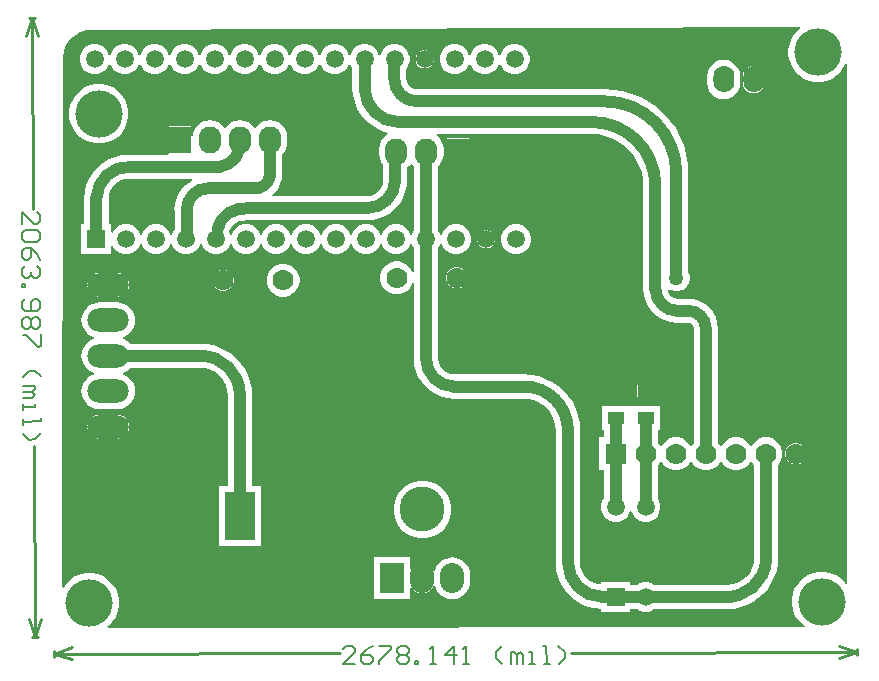
<source format=gbl>
G04*
G04 #@! TF.GenerationSoftware,Altium Limited,Altium Designer,21.0.8 (223)*
G04*
G04 Layer_Physical_Order=2*
G04 Layer_Color=16711680*
%FSTAX24Y24*%
%MOIN*%
G70*
G04*
G04 #@! TF.SameCoordinates,D6642B81-7170-4B7A-B2B3-623539A33ABF*
G04*
G04*
G04 #@! TF.FilePolarity,Positive*
G04*
G01*
G75*
%ADD13C,0.0100*%
%ADD21O,0.0700X0.0900*%
%ADD24R,0.0550X0.0394*%
%ADD51C,0.0400*%
%ADD52C,0.0500*%
%ADD53R,0.0700X0.0700*%
%ADD54C,0.0700*%
%ADD55R,0.0750X0.0900*%
%ADD56O,0.0750X0.0900*%
%ADD57C,0.0598*%
%ADD58R,0.0598X0.0598*%
%ADD59C,0.0591*%
%ADD60R,0.0591X0.0591*%
%ADD61C,0.1500*%
%ADD62O,0.0800X0.1000*%
%ADD63R,0.0800X0.1000*%
%ADD64R,0.1600X0.1000*%
%ADD65R,0.1000X0.1600*%
%ADD66O,0.1378X0.0787*%
%ADD67C,0.1575*%
%ADD68C,0.0500*%
%ADD69C,0.0060*%
G36*
X038507Y04976D02*
X038468Y049734D01*
X03833Y049596D01*
X038222Y049434D01*
X038148Y049255D01*
X03811Y049064D01*
Y048869D01*
X038148Y048679D01*
X038222Y048499D01*
X03833Y048337D01*
X038468Y0482D01*
X03863Y048092D01*
X038809Y048017D01*
X039Y047979D01*
X039195D01*
X039385Y048017D01*
X039565Y048092D01*
X039727Y0482D01*
X039864Y048337D01*
X039972Y048499D01*
X040004Y048577D01*
X040054Y048567D01*
X040062Y031256D01*
X040014Y031241D01*
X039982Y031289D01*
X039845Y031426D01*
X039683Y031534D01*
X039503Y031609D01*
X039313Y031647D01*
X039118D01*
X038927Y031609D01*
X038748Y031534D01*
X038586Y031426D01*
X038448Y031289D01*
X03834Y031127D01*
X038266Y030947D01*
X038228Y030757D01*
Y030562D01*
X038266Y030371D01*
X03834Y030192D01*
X038448Y03003D01*
X038586Y029892D01*
X038646Y029852D01*
X038632Y029804D01*
X015415Y029782D01*
X0154Y02983D01*
X015435Y029853D01*
X015573Y029991D01*
X015681Y030152D01*
X015755Y030332D01*
X015793Y030523D01*
Y030717D01*
X015755Y030908D01*
X015681Y031088D01*
X015573Y03125D01*
X015435Y031387D01*
X015274Y031495D01*
X015094Y03157D01*
X014903Y031607D01*
X014709D01*
X014518Y03157D01*
X014338Y031495D01*
X014176Y031387D01*
X014039Y03125D01*
X013952Y03112D01*
X013902Y031135D01*
X013938Y048739D01*
X013938Y048789D01*
X013938Y048789D01*
X013941Y048838D01*
X013954Y04897D01*
X014006Y049143D01*
X014092Y049303D01*
X014207Y049443D01*
X014347Y049558D01*
X014506Y049643D01*
X01468Y049696D01*
X014811Y049709D01*
X01486Y049711D01*
X014861Y049711D01*
X01491Y049711D01*
X038493Y049808D01*
X038507Y04976D01*
D02*
G37*
%LPC*%
G36*
X029045Y04923D02*
X028913D01*
X028786Y049196D01*
X028673Y04913D01*
X02858Y049037D01*
X028514Y048923D01*
X028505Y04889D01*
X028453D01*
X028444Y048923D01*
X028379Y049037D01*
X028286Y04913D01*
X028172Y049196D01*
X028045Y04923D01*
X027913D01*
X027786Y049196D01*
X027673Y04913D01*
X02758Y049037D01*
X027514Y048923D01*
X027505Y04889D01*
X027453D01*
X027444Y048923D01*
X027379Y049037D01*
X027286Y04913D01*
X027172Y049196D01*
X027045Y04923D01*
X026913D01*
X026786Y049196D01*
X026673Y04913D01*
X02658Y049037D01*
X026514Y048923D01*
X02648Y048796D01*
Y048665D01*
X026514Y048538D01*
X02658Y048424D01*
X026673Y048331D01*
X026786Y048265D01*
X026913Y048231D01*
X027045D01*
X027172Y048265D01*
X027286Y048331D01*
X027379Y048424D01*
X027444Y048538D01*
X027453Y048571D01*
X027505D01*
X027514Y048538D01*
X02758Y048424D01*
X027673Y048331D01*
X027786Y048265D01*
X027913Y048231D01*
X028045D01*
X028172Y048265D01*
X028286Y048331D01*
X028379Y048424D01*
X028444Y048538D01*
X028453Y048571D01*
X028505D01*
X028514Y048538D01*
X02858Y048424D01*
X028673Y048331D01*
X028786Y048265D01*
X028913Y048231D01*
X029045D01*
X029172Y048265D01*
X029286Y048331D01*
X029379Y048424D01*
X029444Y048538D01*
X029478Y048665D01*
Y048796D01*
X029444Y048923D01*
X029379Y049037D01*
X029286Y04913D01*
X029172Y049196D01*
X029045Y04923D01*
D02*
G37*
G36*
X025045D02*
X024913D01*
X024786Y049196D01*
X024673Y04913D01*
X02458Y049037D01*
X024514Y048923D01*
X024505Y04889D01*
X024453D01*
X024444Y048923D01*
X024379Y049037D01*
X024286Y04913D01*
X024172Y049196D01*
X024045Y04923D01*
X023913D01*
X023786Y049196D01*
X023673Y04913D01*
X02358Y049037D01*
X023514Y048923D01*
X023505Y04889D01*
X023453D01*
X023444Y048923D01*
X023379Y049037D01*
X023286Y04913D01*
X023172Y049196D01*
X023045Y04923D01*
X022913D01*
X022786Y049196D01*
X022673Y04913D01*
X02258Y049037D01*
X022514Y048923D01*
X022505Y04889D01*
X022453D01*
X022444Y048923D01*
X022379Y049037D01*
X022286Y04913D01*
X022172Y049196D01*
X022045Y04923D01*
X021913D01*
X021786Y049196D01*
X021673Y04913D01*
X02158Y049037D01*
X021514Y048923D01*
X021505Y04889D01*
X021453D01*
X021444Y048923D01*
X021379Y049037D01*
X021286Y04913D01*
X021172Y049196D01*
X021045Y04923D01*
X020913D01*
X020786Y049196D01*
X020673Y04913D01*
X02058Y049037D01*
X020514Y048923D01*
X020505Y04889D01*
X020453D01*
X020444Y048923D01*
X020379Y049037D01*
X020286Y04913D01*
X020172Y049196D01*
X020045Y04923D01*
X019913D01*
X019786Y049196D01*
X019673Y04913D01*
X01958Y049037D01*
X019514Y048923D01*
X019505Y04889D01*
X019453D01*
X019444Y048923D01*
X019379Y049037D01*
X019286Y04913D01*
X019172Y049196D01*
X019045Y04923D01*
X018913D01*
X018786Y049196D01*
X018673Y04913D01*
X01858Y049037D01*
X018514Y048923D01*
X018505Y04889D01*
X018453D01*
X018444Y048923D01*
X018379Y049037D01*
X018286Y04913D01*
X018172Y049196D01*
X018045Y04923D01*
X017913D01*
X017786Y049196D01*
X017673Y04913D01*
X01758Y049037D01*
X017514Y048923D01*
X017505Y04889D01*
X017453D01*
X017444Y048923D01*
X017379Y049037D01*
X017286Y04913D01*
X017172Y049196D01*
X017045Y04923D01*
X016913D01*
X016786Y049196D01*
X016673Y04913D01*
X01658Y049037D01*
X016514Y048923D01*
X016505Y04889D01*
X016453D01*
X016444Y048923D01*
X016379Y049037D01*
X016286Y04913D01*
X016172Y049196D01*
X016045Y04923D01*
X015913D01*
X015786Y049196D01*
X015673Y04913D01*
X01558Y049037D01*
X015514Y048923D01*
X015505Y04889D01*
X015453D01*
X015444Y048923D01*
X015379Y049037D01*
X015286Y04913D01*
X015172Y049196D01*
X015045Y04923D01*
X014913D01*
X014786Y049196D01*
X014673Y04913D01*
X01458Y049037D01*
X014514Y048923D01*
X01448Y048796D01*
Y048665D01*
X014514Y048538D01*
X01458Y048424D01*
X014673Y048331D01*
X014786Y048265D01*
X014913Y048231D01*
X015045D01*
X015172Y048265D01*
X015286Y048331D01*
X015379Y048424D01*
X015444Y048538D01*
X015453Y048571D01*
X015505D01*
X015514Y048538D01*
X01558Y048424D01*
X015673Y048331D01*
X015786Y048265D01*
X015913Y048231D01*
X016045D01*
X016172Y048265D01*
X016286Y048331D01*
X016379Y048424D01*
X016444Y048538D01*
X016453Y048571D01*
X016505D01*
X016514Y048538D01*
X01658Y048424D01*
X016673Y048331D01*
X016786Y048265D01*
X016913Y048231D01*
X017045D01*
X017172Y048265D01*
X017286Y048331D01*
X017379Y048424D01*
X017444Y048538D01*
X017453Y048571D01*
X017505D01*
X017514Y048538D01*
X01758Y048424D01*
X017673Y048331D01*
X017786Y048265D01*
X017913Y048231D01*
X018045D01*
X018172Y048265D01*
X018286Y048331D01*
X018379Y048424D01*
X018444Y048538D01*
X018453Y048571D01*
X018505D01*
X018514Y048538D01*
X01858Y048424D01*
X018673Y048331D01*
X018786Y048265D01*
X018913Y048231D01*
X019045D01*
X019172Y048265D01*
X019286Y048331D01*
X019379Y048424D01*
X019444Y048538D01*
X019453Y048571D01*
X019505D01*
X019514Y048538D01*
X01958Y048424D01*
X019673Y048331D01*
X019786Y048265D01*
X019913Y048231D01*
X020045D01*
X020172Y048265D01*
X020286Y048331D01*
X020379Y048424D01*
X020444Y048538D01*
X020453Y048571D01*
X020505D01*
X020514Y048538D01*
X02058Y048424D01*
X020673Y048331D01*
X020786Y048265D01*
X020913Y048231D01*
X021045D01*
X021172Y048265D01*
X021286Y048331D01*
X021379Y048424D01*
X021444Y048538D01*
X021453Y048571D01*
X021505D01*
X021514Y048538D01*
X02158Y048424D01*
X021673Y048331D01*
X021786Y048265D01*
X021913Y048231D01*
X022045D01*
X022172Y048265D01*
X022286Y048331D01*
X022379Y048424D01*
X022444Y048538D01*
X022453Y048571D01*
X022505D01*
X022514Y048538D01*
X02258Y048424D01*
X022673Y048331D01*
X022786Y048265D01*
X022913Y048231D01*
X023045D01*
X023172Y048265D01*
X023286Y048331D01*
X023379Y048424D01*
X023444Y048538D01*
X023453Y048571D01*
X023505D01*
X023514Y048538D01*
X023576Y048431D01*
Y047785D01*
X023574D01*
X023593Y047544D01*
X02365Y047308D01*
X023743Y047083D01*
X02387Y046876D01*
X024027Y046692D01*
X024212Y046534D01*
X024419Y046407D01*
X024643Y046315D01*
X024751Y046289D01*
X024755Y046239D01*
X024749Y046237D01*
X024629Y046145D01*
X024537Y046024D01*
X024479Y045885D01*
X024459Y045734D01*
Y045584D01*
X024479Y045434D01*
X024537Y045294D01*
X024599Y045213D01*
Y044708D01*
X0246Y044701D01*
X024584Y044577D01*
X024529Y044445D01*
X024442Y044331D01*
X024328Y044244D01*
X024195Y044189D01*
X024068Y044172D01*
X024065Y044172D01*
X024057Y044172D01*
X024047Y044173D01*
X024046Y044173D01*
X024044Y044173D01*
X024043Y044173D01*
X024042Y044173D01*
X024041Y044173D01*
X020914D01*
X020896Y044223D01*
X020974Y044287D01*
X021084Y044421D01*
X021165Y044574D01*
X021209Y044717D01*
X021216Y044739D01*
X021218Y044766D01*
X021216Y044766D01*
X021225Y044833D01*
X021225Y044833D01*
X021225Y04488D01*
X021225Y04488D01*
X021225Y04488D01*
Y045563D01*
X021232Y045568D01*
X021324Y045688D01*
X021382Y045828D01*
X021402Y045978D01*
Y046128D01*
X021382Y046278D01*
X021324Y046418D01*
X021232Y046538D01*
X021112Y04663D01*
X020972Y046688D01*
X020822Y046708D01*
X020672Y046688D01*
X020532Y04663D01*
X020412Y046538D01*
X020347Y046454D01*
X020297D01*
X020232Y046538D01*
X020112Y04663D01*
X019972Y046688D01*
X019822Y046708D01*
X019672Y046688D01*
X019532Y04663D01*
X019412Y046538D01*
X019347Y046454D01*
X019297D01*
X019232Y046538D01*
X019112Y04663D01*
X018972Y046688D01*
X018822Y046708D01*
X018672Y046688D01*
X018532Y04663D01*
X018412Y046538D01*
X018319Y046418D01*
X018261Y046278D01*
X018247Y046166D01*
X018197Y046169D01*
Y046503D01*
X017447D01*
Y045607D01*
X017447Y045603D01*
X017438Y045557D01*
X016161D01*
X016161Y045557D01*
X016161Y045557D01*
X016156Y045557D01*
X016152Y045556D01*
X016124Y045558D01*
X015892Y04554D01*
X015665Y045485D01*
X015449Y045396D01*
X01525Y045274D01*
X015073Y045123D01*
X014921Y044945D01*
X014799Y044746D01*
X01471Y044531D01*
X014655Y044304D01*
X014641Y044119D01*
X01464Y044114D01*
X01464D01*
X014639Y044103D01*
X014639Y044103D01*
X014639Y044102D01*
X014639Y044096D01*
X014639Y044096D01*
X014639Y044064D01*
Y04323D01*
X01453D01*
Y042231D01*
X015528D01*
Y042499D01*
X015578Y042513D01*
X01563Y042424D01*
X015723Y042331D01*
X015836Y042265D01*
X015963Y042231D01*
X016095D01*
X016222Y042265D01*
X016336Y042331D01*
X016429Y042424D01*
X016494Y042538D01*
X016503Y042571D01*
X016555D01*
X016564Y042538D01*
X01663Y042424D01*
X016723Y042331D01*
X016836Y042265D01*
X016963Y042231D01*
X017095D01*
X017222Y042265D01*
X017336Y042331D01*
X017429Y042424D01*
X017494Y042538D01*
X017503Y042571D01*
X017555D01*
X017564Y042538D01*
X01763Y042424D01*
X017723Y042331D01*
X017836Y042265D01*
X017963Y042231D01*
X018095D01*
X018222Y042265D01*
X018336Y042331D01*
X018429Y042424D01*
X018494Y042538D01*
X018503Y042571D01*
X018555D01*
X018564Y042538D01*
X01863Y042424D01*
X018723Y042331D01*
X018836Y042265D01*
X018963Y042231D01*
X019095D01*
X019222Y042265D01*
X019336Y042331D01*
X019429Y042424D01*
X019494Y042538D01*
X019503Y042571D01*
X019555D01*
X019564Y042538D01*
X01963Y042424D01*
X019723Y042331D01*
X019836Y042265D01*
X019963Y042231D01*
X020095D01*
X020222Y042265D01*
X020336Y042331D01*
X020429Y042424D01*
X020494Y042538D01*
X020503Y042571D01*
X020555D01*
X020564Y042538D01*
X02063Y042424D01*
X020723Y042331D01*
X020836Y042265D01*
X020963Y042231D01*
X021095D01*
X021222Y042265D01*
X021336Y042331D01*
X021429Y042424D01*
X021494Y042538D01*
X021503Y042571D01*
X021555D01*
X021564Y042538D01*
X02163Y042424D01*
X021723Y042331D01*
X021836Y042265D01*
X021963Y042231D01*
X022095D01*
X022222Y042265D01*
X022336Y042331D01*
X022429Y042424D01*
X022494Y042538D01*
X022503Y042571D01*
X022555D01*
X022564Y042538D01*
X02263Y042424D01*
X022723Y042331D01*
X022836Y042265D01*
X022963Y042231D01*
X023095D01*
X023222Y042265D01*
X023336Y042331D01*
X023429Y042424D01*
X023494Y042538D01*
X023503Y042571D01*
X023555D01*
X023564Y042538D01*
X02363Y042424D01*
X023723Y042331D01*
X023836Y042265D01*
X023963Y042231D01*
X024095D01*
X024222Y042265D01*
X024336Y042331D01*
X024429Y042424D01*
X024494Y042538D01*
X024503Y042571D01*
X024555D01*
X024564Y042538D01*
X02463Y042424D01*
X024723Y042331D01*
X024836Y042265D01*
X024963Y042231D01*
X025095D01*
X025222Y042265D01*
X025336Y042331D01*
X025429Y042424D01*
X025494Y042538D01*
X025503Y042571D01*
X025555D01*
X025564Y042538D01*
X025623Y042435D01*
Y041627D01*
X025573Y04162D01*
X025563Y041659D01*
X02549Y041785D01*
X025388Y041887D01*
X025262Y041959D01*
X025122Y041997D01*
X024978D01*
X024838Y041959D01*
X024712Y041887D01*
X02461Y041785D01*
X024537Y041659D01*
X0245Y041519D01*
Y041374D01*
X024537Y041235D01*
X02461Y041109D01*
X024712Y041007D01*
X024838Y040934D01*
X024978Y040897D01*
X025122D01*
X025262Y040934D01*
X025388Y041007D01*
X02549Y041109D01*
X025563Y041235D01*
X025573Y041273D01*
X025623Y041267D01*
Y03877D01*
X025622D01*
X025639Y038559D01*
X025688Y038353D01*
X025769Y038157D01*
X02588Y037977D01*
X026017Y037816D01*
X026178Y037678D01*
X026359Y037568D01*
X026554Y037487D01*
X02676Y037437D01*
X026971Y037421D01*
Y037421D01*
X029294D01*
X029302Y037422D01*
X02946Y03741D01*
X029623Y037371D01*
X029777Y037307D01*
X029919Y03722D01*
X030046Y037112D01*
X030154Y036985D01*
X030241Y036843D01*
X030305Y036689D01*
X030344Y036527D01*
X030356Y036368D01*
X030355Y03636D01*
Y032011D01*
X030354Y031962D01*
X030354Y031962D01*
X030358Y031913D01*
X030373Y031719D01*
X03043Y031483D01*
X030523Y031258D01*
X03065Y031051D01*
X030808Y030866D01*
X030993Y030708D01*
X0312Y030581D01*
X031425Y030488D01*
X031661Y030431D01*
X031854Y030416D01*
Y030322D01*
X032844D01*
Y030413D01*
X033057D01*
X033158Y030355D01*
X033284Y030322D01*
X033414D01*
X03354Y030355D01*
X033641Y030413D01*
X035948D01*
X035962Y030413D01*
X035962Y030413D01*
X035962Y030413D01*
X035962D01*
X035975Y030415D01*
X036058Y03041D01*
X036282Y030424D01*
X036501Y030468D01*
X036714Y03054D01*
X036915Y030639D01*
X037101Y030764D01*
X03727Y030912D01*
X037418Y03108D01*
X037542Y031267D01*
X037642Y031468D01*
X037714Y03168D01*
X037757Y0319D01*
X037763Y03199D01*
X037768Y032028D01*
X037768Y032044D01*
X037768Y032044D01*
X037768Y032044D01*
Y035214D01*
X037797Y035243D01*
X03787Y035368D01*
X037907Y035508D01*
Y035653D01*
X03787Y035793D01*
X037797Y035918D01*
X037695Y036021D01*
X037569Y036093D01*
X037429Y036131D01*
X037285D01*
X037145Y036093D01*
X037019Y036021D01*
X036917Y035918D01*
X036882Y035858D01*
X036832D01*
X036797Y035918D01*
X036695Y036021D01*
X036569Y036093D01*
X03643Y036131D01*
X036285D01*
X036145Y036093D01*
X036019Y036021D01*
X035917Y035918D01*
X035882Y035858D01*
X035832D01*
X035797Y035918D01*
X035761Y035955D01*
Y039754D01*
X035762D01*
X035743Y03995D01*
X035685Y040138D01*
X035593Y040312D01*
X035468Y040464D01*
X035316Y040589D01*
X035142Y040682D01*
X034954Y040739D01*
X034758Y040758D01*
Y040757D01*
X034404D01*
X034399Y040756D01*
X034319Y040767D01*
X034239Y040799D01*
X034171Y040852D01*
X034119Y04092D01*
X034086Y040999D01*
X034081Y041038D01*
X034127Y041069D01*
X034199Y041028D01*
X034314Y040997D01*
X034432D01*
X034547Y041028D01*
X034649Y041087D01*
X034733Y041171D01*
X034792Y041273D01*
X034823Y041388D01*
Y041506D01*
X034792Y041621D01*
X034776Y041648D01*
Y044937D01*
X034777D01*
X03476Y045251D01*
X034707Y04556D01*
X03462Y045862D01*
X0345Y046152D01*
X034348Y046427D01*
X034166Y046683D01*
X033957Y046917D01*
X033723Y047126D01*
X033467Y047308D01*
X033192Y04746D01*
X032902Y04758D01*
X0326Y047667D01*
X032291Y047719D01*
X031977Y047737D01*
Y047736D01*
X025731D01*
X025725Y047735D01*
X025636Y047747D01*
X025548Y047784D01*
X025472Y047842D01*
X025414Y047917D01*
X025378Y048006D01*
X025366Y048094D01*
X025367Y0481D01*
Y048412D01*
X025379Y048424D01*
X025444Y048538D01*
X025478Y048665D01*
Y048796D01*
X025444Y048923D01*
X025379Y049037D01*
X025286Y04913D01*
X025172Y049196D01*
X025045Y04923D01*
D02*
G37*
G36*
X026019Y04903D02*
X02594D01*
X025864Y049009D01*
X025795Y04897D01*
X02574Y048914D01*
X0257Y048846D01*
X02568Y04877D01*
Y048691D01*
X0257Y048615D01*
X02574Y048547D01*
X025795Y048491D01*
X025864Y048451D01*
X02594Y048431D01*
X026019D01*
X026095Y048451D01*
X026163Y048491D01*
X026219Y048547D01*
X026258Y048615D01*
X026278Y048691D01*
Y04877D01*
X026258Y048846D01*
X026219Y048914D01*
X026163Y04897D01*
X026095Y049009D01*
X026019Y04903D01*
D02*
G37*
G36*
X036948Y048514D02*
X036856Y048502D01*
X036771Y048467D01*
X036698Y048411D01*
X036642Y048338D01*
X036607Y048252D01*
X036595Y048161D01*
Y047961D01*
X036607Y04787D01*
X036642Y047785D01*
X036698Y047711D01*
X036771Y047655D01*
X036856Y04762D01*
X036948Y047608D01*
X037039Y04762D01*
X037124Y047655D01*
X037197Y047711D01*
X037253Y047785D01*
X037289Y04787D01*
X037301Y047961D01*
Y048161D01*
X037289Y048252D01*
X037253Y048338D01*
X037197Y048411D01*
X037124Y048467D01*
X037039Y048502D01*
X036948Y048514D01*
D02*
G37*
G36*
X035948Y048716D02*
X035804Y048697D01*
X03567Y048641D01*
X035555Y048553D01*
X035467Y048438D01*
X035412Y048305D01*
X035393Y048161D01*
Y047961D01*
X035412Y047817D01*
X035467Y047684D01*
X035555Y047569D01*
X03567Y047481D01*
X035804Y047425D01*
X035948Y047406D01*
X036091Y047425D01*
X036225Y047481D01*
X03634Y047569D01*
X036428Y047684D01*
X036483Y047817D01*
X036502Y047961D01*
Y048161D01*
X036483Y048305D01*
X036428Y048438D01*
X03634Y048553D01*
X036225Y048641D01*
X036091Y048697D01*
X035948Y048716D01*
D02*
G37*
G36*
X015218Y047907D02*
X015024D01*
X014833Y047869D01*
X014653Y047794D01*
X014491Y047686D01*
X014354Y047549D01*
X014246Y047387D01*
X014171Y047207D01*
X014133Y047017D01*
Y046822D01*
X014171Y046631D01*
X014246Y046452D01*
X014354Y04629D01*
X014491Y046152D01*
X014653Y046044D01*
X014833Y04597D01*
X015024Y045932D01*
X015218D01*
X015409Y04597D01*
X015589Y046044D01*
X01575Y046152D01*
X015888Y04629D01*
X015996Y046452D01*
X01607Y046631D01*
X016108Y046822D01*
Y047017D01*
X01607Y047207D01*
X015996Y047387D01*
X015888Y047549D01*
X01575Y047686D01*
X015589Y047794D01*
X015409Y047869D01*
X015218Y047907D01*
D02*
G37*
G36*
X019309Y041718D02*
X019217D01*
X019128Y041694D01*
X019048Y041648D01*
X018983Y041583D01*
X018936Y041503D01*
X018913Y041414D01*
Y041322D01*
X018936Y041233D01*
X018983Y041153D01*
X019048Y041088D01*
X019128Y041042D01*
X019217Y041018D01*
X019309D01*
X019398Y041042D01*
X019477Y041088D01*
X019543Y041153D01*
X019589Y041233D01*
X019613Y041322D01*
Y041414D01*
X019589Y041503D01*
X019543Y041583D01*
X019477Y041648D01*
X019398Y041694D01*
X019309Y041718D01*
D02*
G37*
G36*
X021335Y041918D02*
X02119D01*
X02105Y041881D01*
X020925Y041808D01*
X020822Y041706D01*
X02075Y04158D01*
X020713Y041441D01*
Y041296D01*
X02075Y041156D01*
X020822Y04103D01*
X020925Y040928D01*
X02105Y040856D01*
X02119Y040818D01*
X021335D01*
X021475Y040856D01*
X0216Y040928D01*
X021703Y04103D01*
X021775Y041156D01*
X021813Y041296D01*
Y041441D01*
X021775Y04158D01*
X021703Y041706D01*
X0216Y041808D01*
X021475Y041881D01*
X021335Y041918D01*
D02*
G37*
G36*
X015731Y041608D02*
X015141D01*
X015038Y041594D01*
X014942Y041555D01*
X01486Y041491D01*
X014797Y041409D01*
X014757Y041313D01*
X014743Y041211D01*
X014757Y041108D01*
X014797Y041012D01*
X01486Y04093D01*
X014942Y040867D01*
X015038Y040827D01*
X015141Y040814D01*
X015731D01*
X015834Y040827D01*
X01593Y040867D01*
X016012Y04093D01*
X016075Y041012D01*
X016115Y041108D01*
X016128Y041211D01*
X016115Y041313D01*
X016075Y041409D01*
X016012Y041491D01*
X01593Y041555D01*
X015834Y041594D01*
X015731Y041608D01*
D02*
G37*
G36*
Y036883D02*
X015141D01*
X015038Y03687D01*
X014942Y03683D01*
X01486Y036767D01*
X014797Y036685D01*
X014757Y036589D01*
X014743Y036486D01*
X014757Y036383D01*
X014797Y036288D01*
X01486Y036205D01*
X014942Y036142D01*
X015038Y036103D01*
X015141Y036089D01*
X015731D01*
X015834Y036103D01*
X01593Y036142D01*
X016012Y036205D01*
X016075Y036288D01*
X016115Y036383D01*
X016128Y036486D01*
X016115Y036589D01*
X016075Y036685D01*
X016012Y036767D01*
X01593Y03683D01*
X015834Y03687D01*
X015731Y036883D01*
D02*
G37*
G36*
X038403Y035931D02*
X038311D01*
X038222Y035907D01*
X038142Y035861D01*
X038077Y035796D01*
X038031Y035716D01*
X038007Y035627D01*
Y035535D01*
X038031Y035446D01*
X038077Y035366D01*
X038142Y035301D01*
X038222Y035255D01*
X038311Y035231D01*
X038403D01*
X038492Y035255D01*
X038572Y035301D01*
X038637Y035366D01*
X038683Y035446D01*
X038707Y035535D01*
Y035627D01*
X038683Y035716D01*
X038637Y035796D01*
X038572Y035861D01*
X038492Y035907D01*
X038403Y035931D01*
D02*
G37*
G36*
X026002Y03468D02*
X025815D01*
X025631Y034644D01*
X025458Y034572D01*
X025303Y034468D01*
X02517Y034336D01*
X025066Y03418D01*
X024995Y034007D01*
X024958Y033824D01*
Y033637D01*
X024995Y033453D01*
X025066Y03328D01*
X02517Y033125D01*
X025303Y032992D01*
X025458Y032888D01*
X025631Y032817D01*
X025815Y03278D01*
X026002D01*
X026185Y032817D01*
X026358Y032888D01*
X026514Y032992D01*
X026646Y033125D01*
X02675Y03328D01*
X026822Y033453D01*
X026858Y033637D01*
Y033824D01*
X026822Y034007D01*
X02675Y03418D01*
X026646Y034336D01*
X026514Y034468D01*
X026358Y034572D01*
X026185Y034644D01*
X026002Y03468D01*
D02*
G37*
G36*
X017826Y034294D02*
X016826D01*
Y032694D01*
X017826D01*
Y034294D01*
D02*
G37*
G36*
X015731Y040626D02*
X015141D01*
X015024Y040615D01*
X014912Y040581D01*
X014809Y040526D01*
X014719Y040451D01*
X014645Y040361D01*
X014589Y040258D01*
X014555Y040146D01*
X014544Y04003D01*
X014555Y039913D01*
X014589Y039801D01*
X014645Y039698D01*
X014719Y039608D01*
X014809Y039533D01*
X014912Y039478D01*
X014956Y039465D01*
Y039413D01*
X014912Y0394D01*
X014809Y039344D01*
X014719Y03927D01*
X014645Y03918D01*
X014589Y039077D01*
X014555Y038965D01*
X014544Y038848D01*
X014555Y038732D01*
X014589Y03862D01*
X014645Y038517D01*
X014719Y038427D01*
X014809Y038352D01*
X014912Y038297D01*
X014956Y038284D01*
Y038232D01*
X014912Y038218D01*
X014809Y038163D01*
X014719Y038089D01*
X014645Y037999D01*
X014589Y037896D01*
X014555Y037784D01*
X014544Y037667D01*
X014555Y037551D01*
X014589Y037439D01*
X014645Y037336D01*
X014719Y037245D01*
X014809Y037171D01*
X014912Y037116D01*
X015024Y037082D01*
X015141Y037071D01*
X015731D01*
X015847Y037082D01*
X015959Y037116D01*
X016063Y037171D01*
X016153Y037245D01*
X016227Y037336D01*
X016282Y037439D01*
X016316Y037551D01*
X016328Y037667D01*
X016316Y037784D01*
X016282Y037896D01*
X016227Y037999D01*
X016153Y038089D01*
X016063Y038163D01*
X015959Y038218D01*
X015916Y038232D01*
Y038284D01*
X015959Y038297D01*
X016063Y038352D01*
X016153Y038427D01*
X016168Y038445D01*
X01852D01*
X018532Y038447D01*
X018697Y03843D01*
X018866Y038379D01*
X019023Y038295D01*
X01916Y038183D01*
X019272Y038046D01*
X019356Y037889D01*
X019408Y03772D01*
X019424Y037555D01*
X019422Y037543D01*
Y034494D01*
X019126D01*
Y032494D01*
X020526D01*
Y034494D01*
X020229D01*
Y037543D01*
X020229D01*
X020215Y037766D01*
X020171Y037985D01*
X020099Y038197D01*
X02Y038398D01*
X019876Y038583D01*
X019729Y038752D01*
X019561Y038899D01*
X019375Y039023D01*
X019174Y039122D01*
X018963Y039194D01*
X018743Y039237D01*
X01852Y039252D01*
Y039252D01*
X016168D01*
X016153Y03927D01*
X016063Y039344D01*
X015959Y0394D01*
X015916Y039413D01*
Y039465D01*
X015959Y039478D01*
X016063Y039533D01*
X016153Y039608D01*
X016227Y039698D01*
X016282Y039801D01*
X016316Y039913D01*
X016328Y04003D01*
X016316Y040146D01*
X016282Y040258D01*
X016227Y040361D01*
X016153Y040451D01*
X016063Y040526D01*
X015959Y040581D01*
X015847Y040615D01*
X015731Y040626D01*
D02*
G37*
G36*
X026908Y032133D02*
X026791Y032122D01*
X026678Y032087D01*
X026573Y032032D01*
X026482Y031957D01*
X026407Y031865D01*
X026351Y031761D01*
X02633Y031689D01*
X026276Y031687D01*
X026258Y031732D01*
X026194Y031816D01*
X02611Y03188D01*
X026013Y03192D01*
X025908Y031934D01*
X025804Y03192D01*
X025707Y03188D01*
X025623Y031816D01*
X025559Y031732D01*
X025558Y031731D01*
X025508Y031741D01*
Y03213D01*
X024308D01*
Y03073D01*
X025508D01*
Y03112D01*
X025558Y03113D01*
X025559Y031129D01*
X025623Y031045D01*
X025707Y030981D01*
X025804Y030941D01*
X025908Y030927D01*
X026013Y030941D01*
X02611Y030981D01*
X026194Y031045D01*
X026258Y031129D01*
X026276Y031174D01*
X02633Y031171D01*
X026351Y0311D01*
X026407Y030995D01*
X026482Y030904D01*
X026573Y030829D01*
X026678Y030773D01*
X026791Y030739D01*
X026908Y030727D01*
X027026Y030739D01*
X027139Y030773D01*
X027243Y030829D01*
X027335Y030904D01*
X02741Y030995D01*
X027465Y0311D01*
X0275Y031213D01*
X027511Y03133D01*
Y03153D01*
X0275Y031648D01*
X027465Y031761D01*
X02741Y031865D01*
X027335Y031957D01*
X027243Y032032D01*
X027139Y032087D01*
X027026Y032122D01*
X026908Y032133D01*
D02*
G37*
G36*
X019626Y031994D02*
X018026D01*
Y030994D01*
X019626D01*
Y031994D01*
D02*
G37*
%LPD*%
G36*
X031582Y04624D02*
X031775Y046228D01*
X031996Y046184D01*
X032209Y046111D01*
X032411Y046012D01*
X032598Y045887D01*
X032768Y045738D01*
X032916Y045569D01*
X033041Y045382D01*
X033141Y04518D01*
X033213Y044967D01*
X033257Y044746D01*
X03327Y044548D01*
X033269Y044543D01*
X033269Y044541D01*
Y041084D01*
X033269D01*
X033283Y040906D01*
X033325Y040733D01*
X033393Y040569D01*
X033486Y040417D01*
X033602Y040282D01*
X033737Y040166D01*
X033889Y040073D01*
X034053Y040005D01*
X034226Y039964D01*
X034404Y03995D01*
Y03995D01*
X034758D01*
X034765Y039951D01*
X034834Y039937D01*
X034898Y039894D01*
X034941Y03983D01*
X034955Y039761D01*
X034954Y039754D01*
Y035955D01*
X034917Y035918D01*
X034882Y035858D01*
X034832D01*
X034797Y035918D01*
X034695Y036021D01*
X034569Y036093D01*
X03443Y036131D01*
X034285D01*
X034145Y036093D01*
X034019Y036021D01*
X033917Y035918D01*
X033882Y035858D01*
X033832D01*
X033797Y035918D01*
X033757Y035959D01*
Y036387D01*
X033824D01*
Y037181D01*
X033373D01*
X033353Y037184D01*
X033333Y037181D01*
X032874D01*
Y037181D01*
X03284D01*
Y037181D01*
X032381D01*
X032361Y037184D01*
X032341Y037181D01*
X03189D01*
Y036387D01*
X031958D01*
Y036131D01*
X031807D01*
Y035031D01*
X03195D01*
Y034116D01*
X031888Y034008D01*
X031854Y033882D01*
Y033752D01*
X031888Y033626D01*
X031953Y033513D01*
X032045Y033421D01*
X032158Y033355D01*
X032284Y033322D01*
X032414D01*
X03254Y033355D01*
X032653Y033421D01*
X032746Y033513D01*
X032811Y033626D01*
X032823Y033673D01*
X032875D01*
X032888Y033626D01*
X032953Y033513D01*
X033045Y033421D01*
X033158Y033355D01*
X033284Y033322D01*
X033414D01*
X03354Y033355D01*
X033653Y033421D01*
X033746Y033513D01*
X033811Y033626D01*
X033844Y033752D01*
Y033882D01*
X033811Y034008D01*
X033753Y034109D01*
Y035198D01*
X033797Y035243D01*
X033832Y035303D01*
X033882D01*
X033917Y035243D01*
X034019Y035141D01*
X034145Y035068D01*
X034285Y035031D01*
X03443D01*
X034569Y035068D01*
X034695Y035141D01*
X034797Y035243D01*
X034832Y035303D01*
X034882D01*
X034917Y035243D01*
X035019Y035141D01*
X035145Y035068D01*
X035285Y035031D01*
X035429D01*
X035569Y035068D01*
X035695Y035141D01*
X035797Y035243D01*
X035832Y035303D01*
X035882D01*
X035917Y035243D01*
X036019Y035141D01*
X036145Y035068D01*
X036285Y035031D01*
X03643D01*
X036569Y035068D01*
X036695Y035141D01*
X036797Y035243D01*
X036832Y035303D01*
X036882D01*
X036917Y035243D01*
X036962Y035198D01*
Y032058D01*
X036961Y032058D01*
X036961D01*
X036961Y032058D01*
X03695Y031947D01*
X036899Y031776D01*
X036814Y031618D01*
X036701Y031481D01*
X036563Y031367D01*
X036406Y031283D01*
X036235Y031232D01*
X036058Y031214D01*
X035992Y031221D01*
Y031221D01*
X035943Y03122D01*
X033641D01*
X03354Y031278D01*
X033414Y031312D01*
X033284D01*
X033158Y031278D01*
X033057Y03122D01*
X032844D01*
Y031312D01*
X031854D01*
Y03126D01*
X031817Y031227D01*
X031758Y031233D01*
X031619Y031275D01*
X03149Y031344D01*
X031378Y031436D01*
X031285Y031549D01*
X031217Y031677D01*
X031174Y031817D01*
X031161Y031953D01*
X031162Y031961D01*
X031162Y031963D01*
X031162Y031963D01*
X031162Y031963D01*
Y03636D01*
X031163D01*
X031147Y036604D01*
X031099Y036844D01*
X03102Y037075D01*
X030912Y037295D01*
X030777Y037498D01*
X030615Y037682D01*
X030432Y037843D01*
X030228Y037978D01*
X030009Y038087D01*
X029778Y038165D01*
X029538Y038213D01*
X029294Y038229D01*
Y038228D01*
X026971D01*
X026959Y038227D01*
X02683Y038244D01*
X026699Y038298D01*
X026586Y038385D01*
X0265Y038497D01*
X026445Y038629D01*
X026428Y038758D01*
X02643Y03877D01*
Y042426D01*
X026494Y042538D01*
X026503Y042571D01*
X026555D01*
X026564Y042538D01*
X02663Y042424D01*
X026723Y042331D01*
X026836Y042265D01*
X026963Y042231D01*
X027095D01*
X027222Y042265D01*
X027336Y042331D01*
X027429Y042424D01*
X027494Y042538D01*
X027528Y042665D01*
Y042796D01*
X027494Y042923D01*
X027429Y043037D01*
X027336Y04313D01*
X027222Y043196D01*
X027095Y04323D01*
X026963D01*
X026836Y043196D01*
X026723Y04313D01*
X02663Y043037D01*
X026564Y042923D01*
X026555Y04289D01*
X026503D01*
X026494Y042923D01*
X026438Y043021D01*
Y045165D01*
X026449Y045174D01*
X026542Y045294D01*
X0266Y045434D01*
X026619Y045584D01*
Y045734D01*
X0266Y045885D01*
X026542Y046024D01*
X026449Y046145D01*
X02639Y04619D01*
X026407Y04624D01*
X031483D01*
X031526Y04624D01*
X031526Y04624D01*
X031528Y04624D01*
X031528Y04624D01*
X031528Y04624D01*
X031533Y046241D01*
X031582Y04624D01*
D02*
G37*
G36*
X025629Y045174D02*
X025631Y045173D01*
Y043038D01*
X02563Y043037D01*
X025564Y042923D01*
X025555Y04289D01*
X025503D01*
X025494Y042923D01*
X025429Y043037D01*
X025336Y04313D01*
X025222Y043196D01*
X025095Y04323D01*
X024963D01*
X024836Y043196D01*
X024723Y04313D01*
X02463Y043037D01*
X024564Y042923D01*
X024555Y04289D01*
X024503D01*
X024494Y042923D01*
X024429Y043037D01*
X024336Y04313D01*
X024222Y043196D01*
X024095Y04323D01*
X023963D01*
X023836Y043196D01*
X023723Y04313D01*
X02363Y043037D01*
X023564Y042923D01*
X023555Y04289D01*
X023503D01*
X023494Y042923D01*
X023429Y043037D01*
X023336Y04313D01*
X023222Y043196D01*
X023095Y04323D01*
X022963D01*
X022836Y043196D01*
X022723Y04313D01*
X02263Y043037D01*
X022564Y042923D01*
X022555Y04289D01*
X022503D01*
X022494Y042923D01*
X022429Y043037D01*
X022336Y04313D01*
X022222Y043196D01*
X022095Y04323D01*
X021963D01*
X021836Y043196D01*
X021723Y04313D01*
X02163Y043037D01*
X021564Y042923D01*
X021555Y04289D01*
X021503D01*
X021494Y042923D01*
X021429Y043037D01*
X021336Y04313D01*
X021222Y043196D01*
X021095Y04323D01*
X020963D01*
X020836Y043196D01*
X020723Y04313D01*
X02063Y043037D01*
X020564Y042923D01*
X020555Y04289D01*
X020503D01*
X020494Y042923D01*
X020429Y043037D01*
X020336Y04313D01*
X020222Y043196D01*
X020095Y04323D01*
X019963D01*
X019836Y043196D01*
X019723Y04313D01*
X01963Y043037D01*
X019564Y042923D01*
X019555Y04289D01*
X019503D01*
X019494Y042923D01*
X019469Y042968D01*
X019474Y043007D01*
X01952Y043119D01*
X019594Y043215D01*
X019691Y043289D01*
X019803Y043336D01*
X019844Y043341D01*
X019844Y043341D01*
X019893Y043352D01*
X020104Y043368D01*
X02012Y043366D01*
X024041D01*
X024042Y043366D01*
X024053Y043365D01*
X024265Y043382D01*
X024471Y043432D01*
X024668Y043513D01*
X024849Y043624D01*
X02501Y043762D01*
X025148Y043924D01*
X025259Y044105D01*
X025341Y044301D01*
X02539Y044508D01*
X025406Y044703D01*
X025406D01*
X025406Y044708D01*
X025406Y044753D01*
Y045141D01*
X025449Y045174D01*
X025514Y045259D01*
X025564D01*
X025629Y045174D01*
D02*
G37*
G36*
X016156Y04475D02*
X016156Y04475D01*
X016156Y04475D01*
X016161Y04475D01*
X016161Y04475D01*
X016194Y04475D01*
X01822D01*
X018234Y0447D01*
X018113Y044625D01*
X017977Y044509D01*
X017862Y044374D01*
X017768Y044222D01*
X0177Y044057D01*
X017658Y043883D01*
X017644Y043706D01*
X017645Y043704D01*
X017645Y043703D01*
X017645Y043702D01*
Y043052D01*
X01763Y043037D01*
X017564Y042923D01*
X017555Y04289D01*
X017503D01*
X017494Y042923D01*
X017429Y043037D01*
X017336Y04313D01*
X017222Y043196D01*
X017095Y04323D01*
X016963D01*
X016836Y043196D01*
X016723Y04313D01*
X01663Y043037D01*
X016564Y042923D01*
X016555Y04289D01*
X016503D01*
X016494Y042923D01*
X016429Y043037D01*
X016336Y04313D01*
X016222Y043196D01*
X016095Y04323D01*
X015963D01*
X015836Y043196D01*
X015723Y04313D01*
X01563Y043037D01*
X015578Y042948D01*
X015528Y042961D01*
Y04323D01*
X015446D01*
Y044093D01*
X015456Y044204D01*
X015495Y044331D01*
X015558Y044449D01*
X015643Y044552D01*
X015746Y044637D01*
X015864Y0447D01*
X015992Y044739D01*
X016095Y044749D01*
X016144Y04475D01*
X016156Y04475D01*
D02*
G37*
%LPC*%
G36*
X027464Y046109D02*
X026714D01*
Y045209D01*
X027464D01*
Y046109D01*
D02*
G37*
G36*
X028069Y04303D02*
X02799D01*
X027914Y043009D01*
X027845Y04297D01*
X02779Y042914D01*
X02775Y042846D01*
X02773Y04277D01*
Y042691D01*
X02775Y042615D01*
X02779Y042547D01*
X027845Y042491D01*
X027914Y042451D01*
X02799Y042431D01*
X028069D01*
X028145Y042451D01*
X028213Y042491D01*
X028269Y042547D01*
X028308Y042615D01*
X028328Y042691D01*
Y04277D01*
X028308Y042846D01*
X028269Y042914D01*
X028213Y04297D01*
X028145Y043009D01*
X028069Y04303D01*
D02*
G37*
G36*
X029095Y04323D02*
X028963D01*
X028836Y043196D01*
X028723Y04313D01*
X02863Y043037D01*
X028564Y042923D01*
X02853Y042796D01*
Y042665D01*
X028564Y042538D01*
X02863Y042424D01*
X028723Y042331D01*
X028836Y042265D01*
X028963Y042231D01*
X029095D01*
X029222Y042265D01*
X029336Y042331D01*
X029429Y042424D01*
X029494Y042538D01*
X029528Y042665D01*
Y042796D01*
X029494Y042923D01*
X029429Y043037D01*
X029336Y04313D01*
X029222Y043196D01*
X029095Y04323D01*
D02*
G37*
G36*
X027096Y041797D02*
X027004D01*
X026915Y041773D01*
X026835Y041727D01*
X02677Y041662D01*
X026724Y041582D01*
X0267Y041493D01*
Y041401D01*
X026724Y041312D01*
X02677Y041232D01*
X026835Y041167D01*
X026915Y041121D01*
X027004Y041097D01*
X027096D01*
X027185Y041121D01*
X027265Y041167D01*
X02733Y041232D01*
X027376Y041312D01*
X0274Y041401D01*
Y041493D01*
X027376Y041582D01*
X02733Y041662D01*
X027265Y041727D01*
X027185Y041773D01*
X027096Y041797D01*
D02*
G37*
G36*
X033624Y037881D02*
X033074D01*
Y037487D01*
X033624D01*
Y037881D01*
D02*
G37*
G36*
X03264D02*
X03209D01*
Y037487D01*
X03264D01*
Y037881D01*
D02*
G37*
%LPD*%
D13*
X012895Y029478D02*
X013095Y029479D01*
X012779Y050117D02*
X012979Y050118D01*
X012792Y030077D02*
X012995Y029478D01*
X013192Y030079D01*
X012683Y049517D02*
X012879Y050118D01*
X013083Y049519D01*
X012959Y035839D02*
X012995Y029478D01*
X012879Y050118D02*
X012915Y043757D01*
X040396Y029067D02*
X040397Y028867D01*
X013615Y029025D02*
X013615Y028825D01*
X039797Y028766D02*
X040396Y028967D01*
X039796Y029166D02*
X040396Y028967D01*
X013615Y028925D02*
X014215Y028726D01*
X013615Y028925D02*
X014215Y029126D01*
X030865Y028952D02*
X040396Y028967D01*
X013615Y028925D02*
X023147Y02894D01*
D21*
X035948Y048061D02*
D03*
X036948D02*
D03*
D24*
X032365Y037684D02*
D03*
Y036784D02*
D03*
X033349Y037684D02*
D03*
Y036784D02*
D03*
D51*
X035357Y039754D02*
G03*
X034758Y040353I-000599J0D01*
G01*
X033673Y041084D02*
G03*
X034404Y040353I000731J0D01*
G01*
X034373Y044937D02*
G03*
X031977Y047333I-002395J0D01*
G01*
X033673Y044544D02*
G03*
X031528Y046644I-002122J-000022D01*
G01*
X023979Y047785D02*
G03*
X025121Y046644I001142J0D01*
G01*
X024963Y0481D02*
G03*
X025731Y047333I000768J0D01*
G01*
X018781Y044439D02*
G03*
X018048Y043704I0J-000733D01*
G01*
X02027Y044439D02*
G03*
X020822Y044833I000079J000473D01*
G01*
X016156Y045153D02*
G03*
X015042Y044103I-000032J-001082D01*
G01*
X019176Y045153D02*
G03*
X019822Y046053I-000127J000773D01*
G01*
X019774Y04374D02*
G03*
X01907Y042737I000149J-000853D01*
G01*
X024043Y04377D02*
G03*
X025003Y044708I00001J00095D01*
G01*
X02012Y04377D02*
G03*
X019774Y04374I0J-002015D01*
G01*
X026026Y03877D02*
G03*
X026971Y037825I000945J0D01*
G01*
X030759Y031962D02*
G03*
X031903Y030817I001145J-0D01*
G01*
X030759Y03636D02*
G03*
X029294Y037825I-001465J0D01*
G01*
X035962Y030817D02*
G03*
X037365Y032028I000096J001307D01*
G01*
X019826Y037543D02*
G03*
X01852Y038848I-001305J0D01*
G01*
X033673Y041084D02*
Y044541D01*
X034373Y041447D02*
Y044937D01*
X034404Y040353D02*
X034758D01*
X035357Y035581D02*
Y039754D01*
X033673Y044544D02*
X033673Y044541D01*
X031526Y046644D02*
X031528Y046644D01*
X025121Y046644D02*
X031526D01*
X023979Y047785D02*
Y04873D01*
X025731Y047333D02*
X031977D01*
X024963Y0481D02*
Y048715D01*
X024979Y04873D01*
X020822Y04488D02*
Y046053D01*
X020241Y044439D02*
X02027Y044439D01*
X018781Y044439D02*
X020241D01*
X018048Y043704D02*
X018048Y043703D01*
Y042749D02*
Y043703D01*
X020822Y044833D02*
X020822Y04488D01*
X015042Y042743D02*
Y044096D01*
X015042Y044103D02*
X015042Y044096D01*
X016156Y045153D02*
X016161Y045153D01*
X019176D01*
X015029Y04273D02*
X015042Y042743D01*
X019774Y04374D02*
X019774Y04374D01*
X02012Y04377D02*
X024041D01*
X024041Y04377D02*
X024041Y04377D01*
X019029Y04273D02*
X01907Y042737D01*
X024041Y04377D02*
X024043Y04377D01*
X025003Y044708D02*
Y045623D01*
X026026Y042728D02*
X026029Y04273D01*
X026026Y03877D02*
Y042728D01*
X030759Y031963D02*
Y03636D01*
X030759Y031962D02*
X030759Y031963D01*
X031903Y030817D02*
X032349D01*
X026971Y037825D02*
X029294D01*
X037365Y032028D02*
X037365Y032044D01*
X037365Y032028D02*
Y032028D01*
X035962Y030817D02*
X035962D01*
X035948Y030817D02*
X035962Y030817D01*
X032349Y030817D02*
X033349D01*
X037365Y032044D02*
Y035573D01*
X033349Y030817D02*
X035948D01*
X037357Y035581D02*
X037365Y035573D01*
X033349Y033817D02*
Y035573D01*
X015436Y038848D02*
X01852D01*
X019826Y033494D02*
Y037543D01*
X033353Y035585D02*
Y03678D01*
X026034Y042735D02*
Y045654D01*
X032353Y033821D02*
Y035577D01*
X032361Y035585D02*
Y03678D01*
D52*
X032357Y035581D02*
X032361Y035585D01*
X033349Y035573D02*
X033357Y035581D01*
X032353Y035577D02*
X032357Y035581D01*
X025992Y045707D02*
X026039Y045659D01*
X018822Y046053D02*
Y046196D01*
X019822Y045926D02*
Y046053D01*
Y045911D02*
Y045926D01*
X025003Y045623D02*
X025039Y045659D01*
X018029Y04273D02*
X018048Y042749D01*
X026034Y045654D02*
X026039Y045659D01*
X032349Y033817D02*
X032353Y033821D01*
D53*
X032357Y035581D02*
D03*
D54*
X038357D02*
D03*
X037357D02*
D03*
X036357D02*
D03*
X035357D02*
D03*
X033357D02*
D03*
X034357D02*
D03*
X02505Y041447D02*
D03*
X02705D02*
D03*
X021263Y041368D02*
D03*
X019263D02*
D03*
D55*
X027089Y045659D02*
D03*
X017822Y046053D02*
D03*
D56*
X026039Y045659D02*
D03*
X025039D02*
D03*
X018822Y046053D02*
D03*
X019822D02*
D03*
X020822D02*
D03*
D57*
X019979Y04873D02*
D03*
X020979D02*
D03*
X022979D02*
D03*
X023979D02*
D03*
X024979D02*
D03*
X025979D02*
D03*
X026979D02*
D03*
X027979D02*
D03*
X028979D02*
D03*
X021979D02*
D03*
X018979D02*
D03*
X017979D02*
D03*
X016979D02*
D03*
X015979D02*
D03*
X014979D02*
D03*
X016029Y04273D02*
D03*
X017029D02*
D03*
X018029D02*
D03*
X019029D02*
D03*
X022029D02*
D03*
X029029D02*
D03*
X028029D02*
D03*
X027029D02*
D03*
X026029D02*
D03*
X025029D02*
D03*
X024029D02*
D03*
X023029D02*
D03*
X021029D02*
D03*
X020029D02*
D03*
D58*
X015029D02*
D03*
D59*
X033349Y030817D02*
D03*
X032349Y033817D02*
D03*
X033349D02*
D03*
D60*
X032349Y030817D02*
D03*
D61*
X025908Y03373D02*
D03*
D62*
X026908Y03143D02*
D03*
X025908D02*
D03*
D63*
X024908D02*
D03*
D64*
X018826Y031494D02*
D03*
D65*
X017326Y033494D02*
D03*
X019826D02*
D03*
D66*
X015436Y036486D02*
D03*
Y037667D02*
D03*
Y038848D02*
D03*
Y04003D02*
D03*
Y041211D02*
D03*
D67*
X039215Y030659D02*
D03*
X014806Y03062D02*
D03*
X039097Y048967D02*
D03*
X015121Y046919D02*
D03*
D68*
X034373Y041447D02*
D03*
D69*
X012558Y043255D02*
X012556Y043655D01*
X012958Y043257D01*
X013058Y043258D01*
X013157Y043358D01*
X013156Y043558D01*
X013055Y043658D01*
X013059Y043058D02*
X013159Y042958D01*
X01316Y042758D01*
X013061Y042658D01*
X012661Y042656D01*
X012561Y042755D01*
X01256Y042955D01*
X012659Y043056D01*
X013059Y043058D01*
X013164Y042059D02*
X013063Y042258D01*
X012862Y042457D01*
X012662Y042456D01*
X012563Y042355D01*
X012564Y042155D01*
X012665Y042056D01*
X012765Y042056D01*
X012864Y042157D01*
X012862Y042457D01*
X013066Y041858D02*
X013166Y041759D01*
X013167Y041559D01*
X013068Y041458D01*
X012968Y041458D01*
X012867Y041557D01*
X012867Y041657D01*
X012867Y041557D01*
X012768Y041457D01*
X012668Y041456D01*
X012567Y041556D01*
X012566Y041755D01*
X012666Y041856D01*
X012569Y041256D02*
X012669Y041256D01*
X01267Y041156D01*
X01257Y041156D01*
X012569Y041256D01*
X012672Y040756D02*
X012572Y040656D01*
X012574Y040456D01*
X012674Y040356D01*
X013074Y040359D01*
X013173Y040459D01*
X013172Y040659D01*
X013072Y040759D01*
X012972Y040758D01*
X012872Y040658D01*
X012874Y040358D01*
X013075Y040159D02*
X013176Y040059D01*
X013177Y039859D01*
X013077Y039759D01*
X012977Y039758D01*
X012877Y039858D01*
X012777Y039757D01*
X012677Y039757D01*
X012577Y039856D01*
X012576Y040056D01*
X012675Y040157D01*
X012775Y040157D01*
X012876Y040058D01*
X012975Y040158D01*
X013075Y040159D01*
X012876Y040058D02*
X012877Y039858D01*
X013178Y03956D02*
X013181Y03916D01*
X013081Y039159D01*
X012679Y039557D01*
X012579Y039556D01*
X012586Y038157D02*
X012785Y038358D01*
X012985Y038359D01*
X013186Y03816D01*
X012588Y037857D02*
X012988Y037859D01*
X012989Y037759D01*
X012889Y037659D01*
X012589Y037657D01*
X012889Y037659D01*
X01299Y037559D01*
X01289Y037459D01*
X01259Y037457D01*
X012591Y037257D02*
X012593Y037057D01*
X012592Y037157D01*
X012992Y037159D01*
X012991Y037259D01*
X012594Y036757D02*
X012595Y036557D01*
X012595Y036657D01*
X013195Y036661D01*
X013194Y036761D01*
X012597Y036257D02*
X012798Y036059D01*
X012998Y03606D01*
X013197Y036261D01*
X023647Y028581D02*
X023248Y02858D01*
X023647Y02898D01*
X023647Y02908D01*
X023547Y02918D01*
X023347Y02918D01*
X023247Y02908D01*
X024246Y029181D02*
X024046Y029081D01*
X023847Y028881D01*
X023847Y028681D01*
X023947Y028581D01*
X024147Y028581D01*
X024247Y028681D01*
X024247Y028781D01*
X024147Y028881D01*
X023847Y028881D01*
X024446Y029182D02*
X024846Y029182D01*
X024846Y029082D01*
X024447Y028682D01*
X024447Y028582D01*
X025046Y029083D02*
X025146Y029183D01*
X025346Y029183D01*
X025446Y029083D01*
X025446Y028983D01*
X025346Y028883D01*
X025447Y028783D01*
X025447Y028683D01*
X025347Y028583D01*
X025147Y028583D01*
X025047Y028683D01*
X025047Y028783D01*
X025146Y028883D01*
X025046Y028983D01*
X025046Y029083D01*
X025146Y028883D02*
X025346Y028883D01*
X025647Y028584D02*
X025647Y028684D01*
X025747Y028684D01*
X025747Y028584D01*
X025647Y028584D01*
X026147Y028584D02*
X026347Y028585D01*
X026247Y028585D01*
X026246Y029184D01*
X026146Y029084D01*
X026946Y028586D02*
X026945Y029186D01*
X026646Y028885D01*
X027046Y028886D01*
X027246Y028586D02*
X027446Y028586D01*
X027346Y028586D01*
X027345Y029186D01*
X027245Y029086D01*
X028546Y028588D02*
X028346Y028788D01*
X028345Y028988D01*
X028545Y029188D01*
X028846Y028589D02*
X028845Y028989D01*
X028945Y028989D01*
X029045Y028889D01*
X029046Y028589D01*
X029045Y028889D01*
X029145Y028989D01*
X029245Y028889D01*
X029246Y028589D01*
X029446Y02859D02*
X029645Y02859D01*
X029545Y02859D01*
X029545Y02899D01*
X029445Y028989D01*
X029945Y02859D02*
X030145Y028591D01*
X030045Y028591D01*
X030044Y02919D01*
X029944Y02919D01*
X030445Y028591D02*
X030645Y028791D01*
X030645Y028991D01*
X030444Y029191D01*
M02*

</source>
